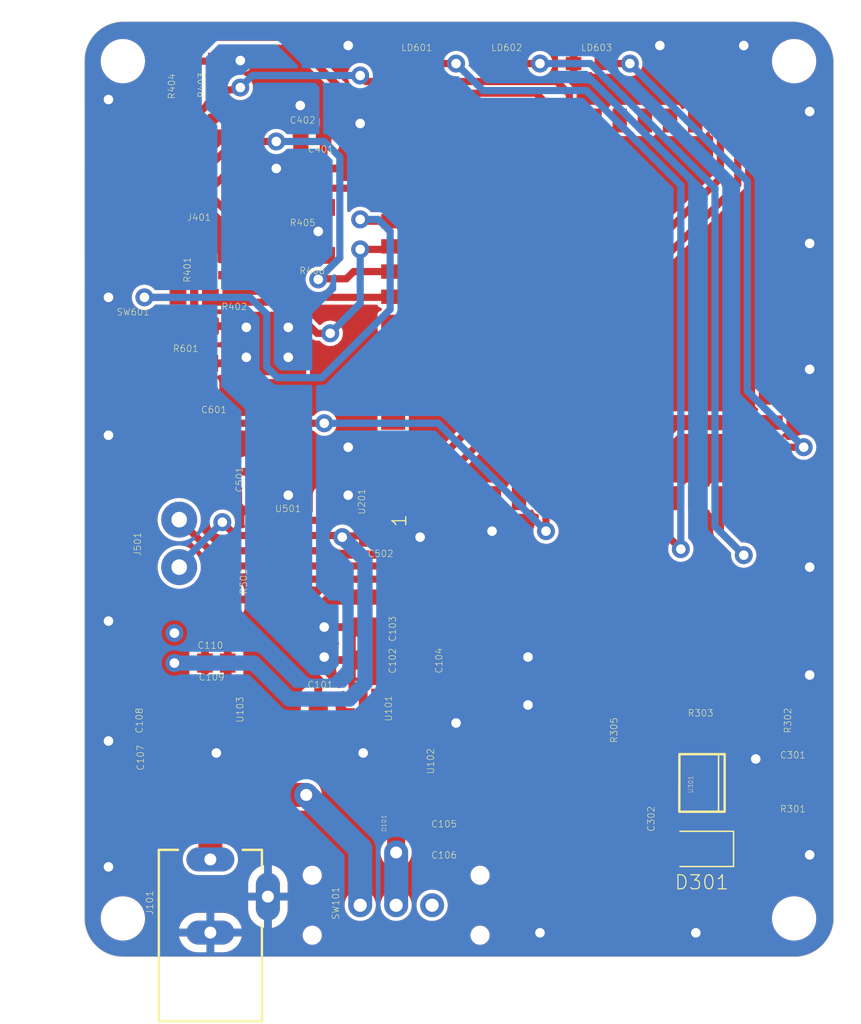
<source format=kicad_pcb>
(kicad_pcb (version 20241229) (generator "pcbnew") (generator_version "9.0")
  (layers (0 "F.Cu" signal) (2 "B.Cu" signal) (13 "F.Paste" user) (15 "B.Paste" user) (5 "F.SilkS" user "F.Silkscreen") (7 "B.SilkS" user "B.Silkscreen") (1 "F.Mask" user) (3 "B.Mask" user) (25 "Edge.Cuts" user))
  (net 0 "")
  (net 1 "GND")
  (net 2 "+3V3_DIGITAL")
  (net 3 "SDIO_D1")
  (net 4 "SDIO_D0")
  (net 5 "SDIO_D2")
  (net 6 "SDIO_D3")
  (net 7 "SDIO_CLK")
  (net 8 "SDIO_CMD")
  (net 9 "LED_G")
  (net 10 "LED_Y")
  (net 11 "LED_R")
  (net 12 "~{BUTTON_PUSHED}")
  (net 13 "V_IN'")
  (net 14 "V_IN")
  (net 15 "+7V5'")
  (net 16 "+7V5")
  (net 17 "SDIO_DETECT")
  (net 18 "+3V3_ANALOG")
  (net 19 "+5V")
  (net 20 "CAN_STDBY")
  (net 21 "CAN_TXD")
  (net 22 "CAN_RXD")
  (net 23 "CAN_H")
  (net 24 "CAN_L")
  (net 25 "N$1")
  (net 26 "N$7")
  (net 27 "N$3")
  (net 28 "N$8")
  (net 29 "SENSOR_MEASURE")
  (footprint "uv_meter_v1:FUSE_1206" (layer "F.Cu") (at 129.251292 130.505229)
    (property "Reference" "F101" (hide yes))
    (property "Value" "125mA" (hide yes))
  )
  (footprint "uv_meter_v1:dummyfp0" (layer "F.Cu") (at 120.451292 140.805229)
    (property "Reference" "UNK_HOLE_0" (hide yes))
    (property "Value" "")
  )
  (footprint "uv_meter_v1:CONN_DC_PWR_JACK" (layer "F.Cu") (at 127.751292 140.255229)
    (property "Reference" "J101")
    (property "Value" "CONN_DC_PWR_JACK")
  )
  (footprint "uv_meter_v1:RES_0805_ERJ" (layer "F.Cu") (at 129.251292 113.005229 90)
    (property "Reference" "R501")
    (property "Value" "10k")
  )
  (footprint "uv_meter_v1:0805_GRM" (layer "F.Cu") (at 136.251292 78.255229 180)
    (property "Reference" "C401")
    (property "Value" "0.1uF")
  )
  (footprint "uv_meter_v1:RES_0805_ERJ" (layer "F.Cu") (at 127.751292 90.205229 -90)
    (property "Reference" "R402")
    (property "Value" "22k")
  )
  (footprint "uv_meter_v1:SOT23-5" (layer "F.Cu") (at 128.251292 123.505229 90)
    (property "Reference" "U103")
    (property "Value" "5V, 200mA ")
  )
  (footprint "uv_meter_v1:0805_GRM" (layer "F.Cu") (at 140.501292 116.505229)
    (property "Reference" "C103")
    (property "Value" "10uF")
  )
  (footprint "uv_meter_v1:RES_0805_ERJ" (layer "F.Cu") (at 162.751292 125.005229 90)
    (property "Reference" "R305")
    (property "Value" "1k")
  )
  (footprint "uv_meter_v1:0805_GRM" (layer "F.Cu") (at 136.251292 75.505229 180)
    (property "Reference" "C402")
    (property "Value" "10uF")
  )
  (footprint "uv_meter_v1:RES_0805_ERJ" (layer "F.Cu") (at 125.751292 70.505229 90)
    (property "Reference" "R404")
    (property "Value" "22k")
  )
  (footprint "uv_meter_v1:RES_0805_ERJ" (layer "F.Cu") (at 125.051292 90.105229 -90)
    (property "Reference" "R401")
    (property "Value" "22k")
  )
  (footprint "uv_meter_v1:LED_0805" (layer "F.Cu") (at 144.251292 69.505229)
    (property "Reference" "LD601")
    (property "Value" "RED")
  )
  (footprint "uv_meter_v1:LED_0805" (layer "F.Cu") (at 159.251292 69.505229)
    (property "Reference" "LD603")
    (property "Value" "GREEN")
  )
  (footprint "uv_meter_v1:dummyfp3" (layer "F.Cu") (at 120.451292 69.305229)
    (property "Reference" "UNK_HOLE_3" (hide yes))
    (property "Value" "")
  )
  (footprint "uv_meter_v1:0805_GRM" (layer "F.Cu") (at 124.251292 124.505229 180)
    (property "Reference" "C108")
    (property "Value" "0.1uF")
  )
  (footprint "uv_meter_v1:PHOTODIODE_MOLDED" (layer "F.Cu") (at 168.751292 135.005229 180)
    (property "Reference" "D301")
    (property "Value" "UV_340NM")
  )
  (footprint "uv_meter_v1:COMMUTATOR_SK-12F17-G" (layer "F.Cu") (at 143.251292 142.505229)
    (property "Reference" "SW101")
    (property "Value" "SK-12F17-G")
  )
  (footprint "uv_meter_v1:LED_0805" (layer "F.Cu") (at 151.751292 69.505229)
    (property "Reference" "LD602")
    (property "Value" "YELLOW")
  )
  (footprint "uv_meter_v1:SOT23-5" (layer "F.Cu") (at 140.501292 123.505229 90)
    (property "Reference" "U101")
    (property "Value" "3.3V, 200mA ")
  )
  (footprint "uv_meter_v1:0805_GRM" (layer "F.Cu") (at 128.251292 119.505229)
    (property "Reference" "C109")
    (property "Value" "0.1uF")
  )
  (footprint "uv_meter_v1:JST_VH_2F_SIDE" (layer "F.Cu") (at 125.251292 109.505229 -90)
    (property "Reference" "J501")
    (property "Value" "VH")
  )
  (footprint "uv_meter_v1:SOT23-5" (layer "F.Cu") (at 148.251292 127.505229 -90)
    (property "Reference" "U102")
    (property "Value" "3.3V, 200mA ")
  )
  (footprint "uv_meter_v1:SOIC8" (layer "F.Cu") (at 168.751292 129.505229 90)
    (property "Reference" "U301")
    (property "Value" "LMV358ST")
  )
  (footprint "uv_meter_v1:0805_GRM" (layer "F.Cu") (at 136.751292 123.755229 90)
    (property "Reference" "C101")
    (property "Value" "0.1uF")
  )
  (footprint "uv_meter_v1:RES_0805_ERJ" (layer "F.Cu") (at 177.251292 124.505229 90)
    (property "Reference" "R302")
    (property "Value" "1k")
  )
  (footprint "uv_meter_v1:0805_GRM" (layer "F.Cu") (at 124.251292 127.505229 180)
    (property "Reference" "C107")
    (property "Value" "1uF")
  )
  (footprint "uv_meter_v1:0805_GRM" (layer "F.Cu") (at 148.251292 120.505229 90)
    (property "Reference" "C104")
    (property "Value" "0.1uF")
  )
  (footprint "uv_meter_v1:RES_0805_ERJ" (layer "F.Cu") (at 168.751292 125.005229)
    (property "Reference" "R303")
    (property "Value" "3.3k")
  )
  (footprint "uv_meter_v1:RES_0805_ERJ" (layer "F.Cu") (at 176.251292 130.505229)
    (property "Reference" "R301")
    (property "Value" "10M")
  )
  (footprint "uv_meter_v1:0805_GRM" (layer "F.Cu") (at 176.251292 128.505229 180)
    (property "Reference" "C301")
    (property "Value" "0.1uF")
  )
  (footprint "uv_meter_v1:CONN_SD_5033981892" (layer "F.Cu") (at 124.751292 80.505229 90)
    (property "Reference" "J401")
    (property "Value" "SD")
  )
  (footprint "uv_meter_v1:BUTTON_PUSH_CK" (layer "F.Cu") (at 120.751292 94.505229 90)
    (property "Reference" "SW601")
    (property "Value" "BUTTON_PTS64")
  )
  (footprint "uv_meter_v1:dummyfp2" (layer "F.Cu") (at 176.451292 69.305229)
    (property "Reference" "UNK_HOLE_2" (hide yes))
    (property "Value" "")
  )
  (footprint "uv_meter_v1:SOCKET_STM32" (layer "F.Cu") (at 158.751292 90.005229 90)
    (property "Reference" "U201")
    (property "Value" "Socket STM32")
  )
  (footprint "uv_meter_v1:0805_GRM" (layer "F.Cu") (at 148.251292 134.005229 180)
    (property "Reference" "C106")
    (property "Value" "10uF")
  )
  (footprint "uv_meter_v1:0805_GRM" (layer "F.Cu") (at 140.501292 119.255229)
    (property "Reference" "C102")
    (property "Value" "0.1uF")
  )
  (footprint "uv_meter_v1:0805_GRM" (layer "F.Cu") (at 163.251292 132.505229 90)
    (property "Reference" "C302")
    (property "Value" "0.1uF")
  )
  (footprint "uv_meter_v1:SOD123_ST" (layer "F.Cu") (at 143.251292 131.755229 90)
    (property "Reference" "D101")
    (property "Value" "60V")
  )
  (footprint "uv_meter_v1:RES_0805_ERJ" (layer "F.Cu") (at 136.251292 85.505229)
    (property "Reference" "R406")
    (property "Value" "22k")
  )
  (footprint "uv_meter_v1:dummyfp1" (layer "F.Cu") (at 176.451292 140.805229)
    (property "Reference" "UNK_HOLE_1" (hide yes))
    (property "Value" "")
  )
  (footprint "uv_meter_v1:RES_0805_ERJ" (layer "F.Cu") (at 128.251292 70.505229 90)
    (property "Reference" "R403")
    (property "Value" "22k")
  )
  (footprint "uv_meter_v1:0805_GRM" (layer "F.Cu") (at 131.501292 104.505229 90)
    (property "Reference" "C501")
    (property "Value" "0.1uF")
  )
  (footprint "uv_meter_v1:0805_GRM" (layer "F.Cu") (at 141.751292 109.005229)
    (property "Reference" "C502")
    (property "Value" "0.1uF")
  )
  (footprint "uv_meter_v1:SO_8" (layer "F.Cu") (at 134.251292 109.505229 90)
    (property "Reference" "U501")
    (property "Value" "MCP2562")
  )
  (footprint "uv_meter_v1:RES_0805_ERJ" (layer "F.Cu") (at 136.251292 81.505229)
    (property "Reference" "R405")
    (property "Value" "22k")
  )
  (footprint "uv_meter_v1:0805_GRM" (layer "F.Cu") (at 128.251292 116.755229)
    (property "Reference" "C110")
    (property "Value" "1uF")
  )
  (footprint "uv_meter_v1:RES_0805_ERJ" (layer "F.Cu") (at 126.501292 94.505229)
    (property "Reference" "R601")
    (property "Value" "100k")
  )
  (footprint "uv_meter_v1:0805_GRM" (layer "F.Cu") (at 126.251292 97.005229)
    (property "Reference" "C601")
    (property "Value" "1uF")
  )
  (footprint "uv_meter_v1:0805_GRM" (layer "F.Cu") (at 148.251292 131.505229 180)
    (property "Reference" "C105")
    (property "Value" "0.1uF")
  )
  (footprint "uv_meter_v1:RES_0805_VISHAY" (layer "F.Cu") (at 162.751292 129.005229 -90)
    (property "Reference" "R304" (hide yes))
    (property "Value" "5.1k" (hide yes))
  )
  (gr_arc (start 120.451292 144.005229) (mid 118.18855 143.067971) (end 117.251292 140.805229) (stroke (width 0.05)) (layer "Edge.Cuts"))
  (gr_arc (start 176.151292 66.005229) (mid 178.634744 66.909645) (end 179.751292 69.305229) (stroke (width 0.05)) (layer "Edge.Cuts"))
  (gr_line (start 120.451292 144.005229) (end 176.751292 144.005229) (stroke (width 0.05)) (layer "Edge.Cuts"))
  (gr_line (start 176.151292 66.005229) (end 120.451292 66.005229) (stroke (width 0.05)) (layer "Edge.Cuts"))
  (gr_line (start 117.251292 69.305229) (end 117.251292 140.805229) (stroke (width 0.05)) (layer "Edge.Cuts"))
  (gr_arc (start 117.251292 69.305229) (mid 118.16784 66.992487) (end 120.451292 66.005229) (stroke (width 0.05)) (layer "Edge.Cuts"))
  (gr_arc (start 179.751292 141.005229) (mid 178.794176 143.048113) (end 176.751292 144.00523) (stroke (width 0.05)) (layer "Edge.Cuts"))
  (gr_line (start 179.751292 141.005229) (end 179.751292 69.305229) (stroke (width 0.05)) (layer "Edge.Cuts"))
  (segment (start 140.501292 124.705229) (end 140.501292 127.005229) (width 0.6) (layer "F.Cu") (net 1))
  (segment (start 148.251292 124.505229) (end 148.251292 126.305229) (width 0.6) (layer "F.Cu") (net 1))
  (segment (start 128.251292 124.705229) (end 128.251292 127.005229) (width 0.6) (layer "F.Cu") (net 1))
  (segment (start 171.501292 127.600229) (end 173.156292 127.600229) (width 0.6) (layer "F.Cu") (net 1))
  (segment (start 171.501292 127.600229) (end 171.501292 128.870229) (width 0.6) (layer "F.Cu") (net 1))
  (segment (start 128.351292 74.005229) (end 124.851292 77.505229) (width 0.6) (layer "F.Cu") (net 1))
  (segment (start 136.901292 110.140229) (end 137.886292 110.140229) (width 0.6) (layer "F.Cu") (net 1))
  (segment (start 137.886292 110.140229) (end 138.151292 110.405229) (width 0.6) (layer "F.Cu") (net 1))
  (segment (start 130.051292 74.005229) (end 128.351292 74.005229) (width 0.6) (layer "F.Cu") (net 1))
  (segment (start 173.156292 127.600229) (end 173.251292 127.505229) (width 0.6) (layer "F.Cu") (net 1))
  (segment (start 118.751292 77.505229) (end 124.851292 77.505229) (width 0.6) (layer "F.Cu") (net 1))
  (via (at 168.251292 142.005229) (size 1.5) (drill 0.8) (layers "F.Cu" "B.Cu") (net 1))
  (via (at 177.751292 95.005229) (size 1.5) (drill 0.8) (layers "F.Cu" "B.Cu") (net 1))
  (via (at 119.251292 72.505229) (size 1.5) (drill 0.8) (layers "F.Cu" "B.Cu") (net 1))
  (via (at 140.501292 127.005229) (size 1.5) (drill 0.8) (layers "F.Cu" "B.Cu") (net 1))
  (via (at 151.251292 108.505229) (size 1.5) (drill 0.8) (layers "F.Cu" "B.Cu") (net 1))
  (via (at 140.251292 74.505229) (size 1.5) (drill 0.8) (layers "F.Cu" "B.Cu") (net 1))
  (via (at 155.251292 142.005229) (size 1.5) (drill 0.8) (layers "F.Cu" "B.Cu") (net 1))
  (via (at 177.751292 84.505229) (size 1.5) (drill 0.8) (layers "F.Cu" "B.Cu") (net 1))
  (via (at 145.251292 109.005229) (size 1.5) (drill 0.8) (layers "F.Cu" "B.Cu") (net 1))
  (via (at 173.251292 127.505229) (size 1.5) (drill 0.8) (layers "F.Cu" "B.Cu") (net 1))
  (via (at 154.251292 119.005229) (size 1.5) (drill 0.8) (layers "F.Cu" "B.Cu") (net 1))
  (via (at 172.251292 68.005229) (size 1.5) (drill 0.8) (layers "F.Cu" "B.Cu") (net 1))
  (via (at 139.251292 101.505229) (size 1.5) (drill 0.8) (layers "F.Cu" "B.Cu") (net 1))
  (via (at 119.251292 100.505229) (size 1.5) (drill 0.8) (layers "F.Cu" "B.Cu") (net 1))
  (via (at 139.251292 105.505229) (size 1.5) (drill 0.8) (layers "F.Cu" "B.Cu") (net 1))
  (via (at 119.251292 89.005229) (size 1.5) (drill 0.8) (layers "F.Cu" "B.Cu") (net 1))
  (via (at 139.251292 68.005229) (size 1.5) (drill 0.8) (layers "F.Cu" "B.Cu") (net 1))
  (via (at 177.751292 111.505229) (size 1.5) (drill 0.8) (layers "F.Cu" "B.Cu") (net 1))
  (via (at 119.251292 126.005229) (size 1.5) (drill 0.8) (layers "F.Cu" "B.Cu") (net 1))
  (via (at 165.251292 68.005229) (size 1.5) (drill 0.8) (layers "F.Cu" "B.Cu") (net 1))
  (via (at 154.251292 123.005229) (size 1.5) (drill 0.8) (layers "F.Cu" "B.Cu") (net 1))
  (via (at 119.251292 136.505229) (size 1.5) (drill 0.8) (layers "F.Cu" "B.Cu") (net 1))
  (via (at 177.751292 73.505229) (size 1.5) (drill 0.8) (layers "F.Cu" "B.Cu") (net 1))
  (via (at 148.251292 124.505229) (size 1.5) (drill 0.8) (layers "F.Cu" "B.Cu") (net 1))
  (via (at 119.251292 116.005229) (size 1.5) (drill 0.8) (layers "F.Cu" "B.Cu") (net 1))
  (via (at 128.251292 127.005229) (size 1.5) (drill 0.8) (layers "F.Cu" "B.Cu") (net 1))
  (via (at 177.751292 120.505229) (size 1.5) (drill 0.8) (layers "F.Cu" "B.Cu") (net 1))
  (via (at 177.751292 135.505229) (size 1.5) (drill 0.8) (layers "F.Cu" "B.Cu") (net 1))
  (segment (start 128.051292 79.705229) (end 129.511292 78.245229) (width 0.6) (layer "F.Cu") (net 2))
  (segment (start 129.511292 78.245229) (end 135.301292 78.255229) (width 0.6) (layer "F.Cu") (net 2))
  (segment (start 135.301292 75.505229) (end 135.301292 78.255229) (width 1.27) (layer "F.Cu") (net 2))
  (segment (start 164.001292 101.881092) (end 164.001292 105.765573) (width 1.27) (layer "F.Cu") (net 2))
  (segment (start 137.451292 84.205229) (end 136.751292 83.505229) (width 0.6) (layer "F.Cu") (net 2))
  (segment (start 159.001292 114.005229) (end 138.051292 114.005229) (width 1.27) (layer "F.Cu") (net 2))
  (segment (start 166.401292 99.455229) (end 164.001292 101.881092) (width 1.27) (layer "F.Cu") (net 2))
  (segment (start 128.301292 69.255229) (end 128.251292 69.305229) (width 0.6) (layer "F.Cu") (net 2))
  (segment (start 137.451292 85.505229) (end 137.451292 84.205229) (width 0.6) (layer "F.Cu") (net 2))
  (segment (start 125.751292 69.305229) (end 128.251292 69.305229) (width 0.6) (layer "F.Cu") (net 2))
  (segment (start 137.451292 81.505229) (end 137.451292 82.605229) (width 0.6) (layer "F.Cu") (net 2))
  (segment (start 136.751292 83.505229) (end 137.451292 82.605229) (width 0.6) (layer "F.Cu") (net 2))
  (segment (start 138.051292 114.005229) (end 137.251292 114.805229) (width 1.27) (layer "F.Cu") (net 2))
  (segment (start 164.001292 105.765573) (end 164.001292 109.005229) (width 1.27) (layer "F.Cu") (net 2))
  (segment (start 137.251292 114.805229) (end 137.251292 116.505229) (width 1.27) (layer "F.Cu") (net 2))
  (segment (start 137.451292 82.605229) (end 137.451292 84.205229) (width 0.6) (layer "F.Cu") (net 2))
  (segment (start 135.251292 75.455229) (end 135.301292 75.505229) (width 1.27) (layer "F.Cu") (net 2))
  (segment (start 174.501292 99.455229) (end 174.101292 99.705229) (width 0.6) (layer "F.Cu") (net 2))
  (segment (start 118.751292 79.705229) (end 128.051292 79.705229) (width 0.6) (layer "F.Cu") (net 2))
  (segment (start 164.001292 105.765573) (end 163.751292 105.855229) (width 0.6) (layer "F.Cu") (net 2))
  (segment (start 174.501292 99.455229) (end 166.401292 99.455229) (width 1.27) (layer "F.Cu") (net 2))
  (segment (start 164.001292 109.005229) (end 159.001292 114.005229) (width 1.27) (layer "F.Cu") (net 2))
  (segment (start 135.251292 73.005229) (end 135.251292 75.455229) (width 1.27) (layer "F.Cu") (net 2))
  (segment (start 130.251292 69.255229) (end 128.301292 69.255229) (width 0.6) (layer "F.Cu") (net 2))
  (via (at 130.751292 91.505229) (size 1.5) (drill 0.8) (layers "F.Cu" "B.Cu") (net 2))
  (via (at 134.251292 91.505229) (size 1.5) (drill 0.8) (layers "F.Cu" "B.Cu") (net 2))
  (via (at 136.751292 83.505229) (size 1.5) (drill 0.8) (layers "F.Cu" "B.Cu") (net 2))
  (via (at 137.251292 119.005229) (size 1.5) (drill 0.8) (layers "F.Cu" "B.Cu") (net 2))
  (via (at 134.251292 94.005229) (size 1.5) (drill 0.8) (layers "F.Cu" "B.Cu") (net 2))
  (via (at 135.251292 73.005229) (size 1.5) (drill 0.8) (layers "F.Cu" "B.Cu") (net 2))
  (via (at 134.251292 105.505229) (size 1.5) (drill 0.8) (layers "F.Cu" "B.Cu") (net 2))
  (via (at 130.751292 94.005229) (size 1.5) (drill 0.8) (layers "F.Cu" "B.Cu") (net 2))
  (via (at 137.251292 116.505229) (size 1.5) (drill 0.8) (layers "F.Cu" "B.Cu") (net 2))
  (via (at 130.251292 69.255229) (size 1.5) (drill 0.8) (layers "F.Cu" "B.Cu") (net 2))
  (via (at 133.251292 78.255229) (size 1.5) (drill 0.8) (layers "F.Cu" "B.Cu") (net 2))
  (segment (start 125.751292 71.705229) (end 125.751292 72.805229) (width 0.6) (layer "F.Cu") (net 3))
  (segment (start 125.751292 72.805229) (end 123.251292 75.305229) (width 0.6) (layer "F.Cu") (net 3))
  (segment (start 155.601292 72.655229) (end 154.926292 71.980229) (width 0.6) (layer "F.Cu") (net 3))
  (segment (start 123.751292 68.421229) (end 123.751292 71.005229) (width 0.6) (layer "F.Cu") (net 3))
  (segment (start 124.851292 67.321229) (end 123.751292 68.421229) (width 0.6) (layer "F.Cu") (net 3))
  (segment (start 155.601292 74.255229) (end 155.601292 72.655229) (width 0.6) (layer "F.Cu") (net 3))
  (segment (start 125.751292 71.705229) (end 124.451292 71.705229) (width 0.6) (layer "F.Cu") (net 3))
  (segment (start 154.926292 71.980229) (end 139.010292 71.980229) (width 0.6) (layer "F.Cu") (net 3))
  (segment (start 123.251292 75.305229) (end 118.751292 75.305229) (width 0.6) (layer "F.Cu") (net 3))
  (segment (start 139.010292 71.980229) (end 134.351292 67.321229) (width 0.6) (layer "F.Cu") (net 3))
  (segment (start 134.351292 67.321229) (end 124.851292 67.321229) (width 0.6) (layer "F.Cu") (net 3))
  (segment (start 123.751292 71.005229) (end 124.451292 71.705229) (width 0.6) (layer "F.Cu") (net 3))
  (segment (start 156.651292 71.005229) (end 140.751292 71.005229) (width 0.6) (layer "F.Cu") (net 4))
  (segment (start 127.351292 73.105229) (end 128.251292 71.705229) (width 0.6) (layer "F.Cu") (net 4))
  (segment (start 130.051292 71.705229) (end 128.251292 71.705229) (width 0.6) (layer "F.Cu") (net 4))
  (segment (start 118.751292 76.405229) (end 124.051292 76.405229) (width 0.6) (layer "F.Cu") (net 4))
  (segment (start 140.751292 71.005229) (end 140.251292 70.505229) (width 0.6) (layer "F.Cu") (net 4))
  (segment (start 157.701292 74.255229) (end 157.701292 72.055229) (width 0.6) (layer "F.Cu") (net 4))
  (segment (start 130.251292 71.505229) (end 130.051292 71.705229) (width 0.6) (layer "F.Cu") (net 4))
  (segment (start 124.051292 76.405229) (end 127.351292 73.105229) (width 0.6) (layer "F.Cu") (net 4))
  (segment (start 157.701292 72.055229) (end 156.651292 71.005229) (width 0.6) (layer "F.Cu") (net 4))
  (via (at 130.251292 71.505229) (size 1.5) (drill 0.8) (layers "F.Cu" "B.Cu") (net 4))
  (via (at 140.251292 70.505229) (size 1.5) (drill 0.8) (layers "F.Cu" "B.Cu") (net 4))
  (segment (start 131.251292 70.505229) (end 140.251292 70.505229) (width 0.6) (layer "B.Cu") (net 4))
  (segment (start 131.251292 70.505229) (end 130.251292 71.505229) (width 0.6) (layer "B.Cu") (net 4))
  (segment (start 125.051292 85.205229) (end 125.051292 88.905229) (width 0.6) (layer "F.Cu") (net 5))
  (segment (start 143.001292 82.655229) (end 140.401292 82.655229) (width 0.6) (layer "F.Cu") (net 5))
  (segment (start 118.751292 83.005229) (end 122.851292 83.005229) (width 0.6) (layer "F.Cu") (net 5))
  (segment (start 140.401292 82.655229) (end 140.251292 82.505229) (width 0.6) (layer "F.Cu") (net 5))
  (segment (start 124.951292 89.005229) (end 122.251292 89.005229) (width 0.6) (layer "F.Cu") (net 5))
  (segment (start 125.051292 88.905229) (end 124.951292 89.005229) (width 0.6) (layer "F.Cu") (net 5))
  (segment (start 122.851292 83.005229) (end 125.051292 85.205229) (width 0.6) (layer "F.Cu") (net 5))
  (via (at 140.251292 82.505229) (size 1.5) (drill 0.8) (layers "F.Cu" "B.Cu") (net 5))
  (via (at 122.251292 89.005229) (size 1.5) (drill 0.8) (layers "F.Cu" "B.Cu") (net 5))
  (segment (start 142.751292 83.505229) (end 141.751292 82.505229) (width 0.6) (layer "B.Cu") (net 5))
  (segment (start 137.051292 95.705229) (end 142.751292 90.005229) (width 0.6) (layer "B.Cu") (net 5))
  (segment (start 131.051292 89.005229) (end 132.451292 90.405229) (width 0.6) (layer "B.Cu") (net 5))
  (segment (start 133.351292 95.705229) (end 137.051292 95.705229) (width 0.6) (layer "B.Cu") (net 5))
  (segment (start 122.251292 89.005229) (end 131.051292 89.005229) (width 0.6) (layer "B.Cu") (net 5))
  (segment (start 132.451292 94.805229) (end 133.351292 95.705229) (width 0.6) (layer "B.Cu") (net 5))
  (segment (start 142.751292 90.005229) (end 142.751292 83.505229) (width 0.6) (layer "B.Cu") (net 5))
  (segment (start 141.751292 82.505229) (end 140.251292 82.505229) (width 0.6) (layer "B.Cu") (net 5))
  (segment (start 132.451292 90.405229) (end 132.451292 94.805229) (width 0.6) (layer "B.Cu") (net 5))
  (segment (start 124.151292 81.905229) (end 127.751292 85.505229) (width 0.6) (layer "F.Cu") (net 6))
  (segment (start 128.151292 89.405229) (end 127.751292 89.005229) (width 0.6) (layer "F.Cu") (net 6))
  (segment (start 143.001292 84.755229) (end 142.751292 85.005229) (width 0.6) (layer "F.Cu") (net 6))
  (segment (start 136.651292 92.005229) (end 134.051292 89.405229) (width 0.6) (layer "F.Cu") (net 6))
  (segment (start 127.751292 85.505229) (end 127.751292 89.005229) (width 0.6) (layer "F.Cu") (net 6))
  (segment (start 137.751292 92.005229) (end 136.651292 92.005229) (width 0.6) (layer "F.Cu") (net 6))
  (segment (start 134.051292 89.405229) (end 128.151292 89.405229) (width 0.6) (layer "F.Cu") (net 6))
  (segment (start 142.751292 85.005229) (end 140.251292 85.005229) (width 0.6) (layer "F.Cu") (net 6))
  (segment (start 118.751292 81.905229) (end 124.151292 81.905229) (width 0.6) (layer "F.Cu") (net 6))
  (via (at 137.751292 92.005229) (size 1.5) (drill 0.8) (layers "F.Cu" "B.Cu") (net 6))
  (via (at 140.251292 85.005229) (size 1.5) (drill 0.8) (layers "F.Cu" "B.Cu") (net 6))
  (segment (start 140.251292 89.505229) (end 140.251292 85.005229) (width 0.6) (layer "B.Cu") (net 6))
  (segment (start 137.751292 92.005229) (end 140.251292 89.505229) (width 0.6) (layer "B.Cu") (net 6))
  (segment (start 129.751292 76.005229) (end 127.151292 78.605229) (width 0.6) (layer "F.Cu") (net 7))
  (segment (start 133.251292 76.005229) (end 129.751292 76.005229) (width 0.6) (layer "F.Cu") (net 7))
  (segment (start 136.801292 87.455229) (end 136.751292 87.505229) (width 0.6) (layer "F.Cu") (net 7))
  (segment (start 143.001292 86.855229) (end 139.701292 86.855229) (width 0.6) (layer "F.Cu") (net 7))
  (segment (start 139.701292 86.855229) (end 139.101292 87.455229) (width 0.6) (layer "F.Cu") (net 7))
  (segment (start 139.101292 87.455229) (end 136.801292 87.455229) (width 0.6) (layer "F.Cu") (net 7))
  (segment (start 127.151292 78.605229) (end 118.751292 78.605229) (width 0.6) (layer "F.Cu") (net 7))
  (via (at 136.751292 87.505229) (size 1.5) (drill 0.8) (layers "F.Cu" "B.Cu") (net 7))
  (via (at 133.251292 76.005229) (size 1.5) (drill 0.8) (layers "F.Cu" "B.Cu") (net 7))
  (segment (start 136.751292 87.505229) (end 138.551292 85.705229) (width 0.6) (layer "B.Cu") (net 7))
  (segment (start 137.251292 76.005229) (end 138.551292 77.305229) (width 0.6) (layer "B.Cu") (net 7))
  (segment (start 138.551292 77.305229) (end 138.551292 85.705229) (width 0.6) (layer "B.Cu") (net 7))
  (segment (start 133.251292 76.005229) (end 137.251292 76.005229) (width 0.6) (layer "B.Cu") (net 7))
  (segment (start 135.251292 88.005229) (end 135.251292 85.805229) (width 0.6) (layer "F.Cu") (net 8))
  (segment (start 142.951292 89.005229) (end 136.251292 89.005229) (width 0.6) (layer "F.Cu") (net 8))
  (segment (start 136.251292 89.005229) (end 135.251292 88.005229) (width 0.6) (layer "F.Cu") (net 8))
  (segment (start 132.751292 82.805229) (end 135.251292 85.305229) (width 0.6) (layer "F.Cu") (net 8))
  (segment (start 118.751292 80.805229) (end 128.051292 80.805229) (width 0.6) (layer "F.Cu") (net 8))
  (segment (start 135.251292 85.805229) (end 135.051292 85.505229) (width 0.6) (layer "F.Cu") (net 8))
  (segment (start 143.001292 88.955229) (end 142.951292 89.005229) (width 0.6) (layer "F.Cu") (net 8))
  (segment (start 130.051292 82.805229) (end 128.051292 80.805229) (width 0.6) (layer "F.Cu") (net 8))
  (segment (start 130.051292 82.805229) (end 132.751292 82.805229) (width 0.6) (layer "F.Cu") (net 8))
  (segment (start 135.251292 85.305229) (end 135.251292 85.805229) (width 0.6) (layer "F.Cu") (net 8))
  (segment (start 160.451292 69.505229) (end 162.751292 69.505229) (width 0.6) (layer "F.Cu") (net 9))
  (segment (start 174.551292 101.505229) (end 177.251292 101.505229) (width 0.6) (layer "F.Cu") (net 9))
  (segment (start 174.501292 101.555229) (end 174.551292 101.505229) (width 0.6) (layer "F.Cu") (net 9))
  (via (at 162.751292 69.505229) (size 1.5) (drill 0.8) (layers "F.Cu" "B.Cu") (net 9))
  (via (at 177.251292 101.505229) (size 1.5) (drill 0.8) (layers "F.Cu" "B.Cu") (net 9))
  (segment (start 162.751292 69.505229) (end 172.551292 79.305229) (width 0.6) (layer "B.Cu") (net 9))
  (segment (start 172.551292 96.805229) (end 177.251292 101.505229) (width 0.6) (layer "B.Cu") (net 9))
  (segment (start 172.551292 79.305229) (end 172.551292 96.805229) (width 0.6) (layer "B.Cu") (net 9))
  (segment (start 152.951292 69.505229) (end 155.251292 69.505229) (width 0.6) (layer "F.Cu") (net 10))
  (segment (start 170.301292 108.555229) (end 172.251292 110.505229) (width 0.6) (layer "F.Cu") (net 10))
  (segment (start 170.301292 105.755229) (end 170.301292 108.555229) (width 0.6) (layer "F.Cu") (net 10))
  (via (at 155.251292 69.505229) (size 1.5) (drill 0.8) (layers "F.Cu" "B.Cu") (net 10))
  (via (at 172.251292 110.505229) (size 1.5) (drill 0.8) (layers "F.Cu" "B.Cu") (net 10))
  (segment (start 169.851292 108.105229) (end 169.851292 79.905229) (width 0.6) (layer "B.Cu") (net 10))
  (segment (start 169.851292 79.905229) (end 159.451292 69.505229) (width 0.6) (layer "B.Cu") (net 10))
  (segment (start 155.251292 69.505229) (end 159.451292 69.505229) (width 0.6) (layer "B.Cu") (net 10))
  (segment (start 172.251292 110.505229) (end 169.851292 108.105229) (width 0.6) (layer "B.Cu") (net 10))
  (segment (start 166.101292 109.105229) (end 167.001292 110.005229) (width 0.6) (layer "F.Cu") (net 11))
  (segment (start 166.101292 105.755229) (end 166.101292 109.105229) (width 0.6) (layer "F.Cu") (net 11))
  (segment (start 145.451292 69.505229) (end 148.251292 69.505229) (width 0.6) (layer "F.Cu") (net 11))
  (via (at 148.251292 69.505229) (size 1.5) (drill 0.8) (layers "F.Cu" "B.Cu") (net 11))
  (via (at 167.001292 110.005229) (size 1.5) (drill 0.8) (layers "F.Cu" "B.Cu") (net 11))
  (segment (start 148.251292 69.505229) (end 150.501292 71.755229) (width 0.6) (layer "B.Cu") (net 11))
  (segment (start 167.001292 110.005229) (end 167.001292 79.655229) (width 0.6) (layer "B.Cu") (net 11))
  (segment (start 159.101292 71.755229) (end 167.001292 79.655229) (width 0.6) (layer "B.Cu") (net 11))
  (segment (start 150.501292 71.755229) (end 159.101292 71.755229) (width 0.6) (layer "B.Cu") (net 11))
  (segment (start 155.601292 105.755229) (end 155.751292 105.905229) (width 0.6) (layer "F.Cu") (net 12))
  (segment (start 155.751292 105.905229) (end 155.751292 108.505229) (width 0.6) (layer "F.Cu") (net 12))
  (segment (start 125.391292 96.715229) (end 125.391292 94.085229) (width 0.6) (layer "F.Cu") (net 12))
  (segment (start 125.301292 97.005229) (end 125.391292 96.715229) (width 0.6) (layer "F.Cu") (net 12))
  (segment (start 126.151292 99.505229) (end 125.301292 98.655229) (width 0.6) (layer "F.Cu") (net 12))
  (segment (start 125.301292 98.655229) (end 125.301292 97.005229) (width 0.6) (layer "F.Cu") (net 12))
  (segment (start 125.301292 94.505229) (end 125.391292 94.085229) (width 0.6) (layer "F.Cu") (net 12))
  (segment (start 137.251292 99.505229) (end 126.151292 99.505229) (width 0.6) (layer "F.Cu") (net 12))
  (segment (start 122.191292 96.765229) (end 125.391292 96.765229) (width 0.6) (layer "F.Cu") (net 12))
  (segment (start 122.351292 91.805229) (end 122.351292 97.105229) (width 0.6) (layer "F.Cu") (net 12))
  (segment (start 125.391292 96.715229) (end 125.391292 96.765229) (width 0.6) (layer "F.Cu") (net 12))
  (segment (start 122.351292 97.105229) (end 122.191292 96.765229) (width 0.6) (layer "F.Cu") (net 12))
  (via (at 155.751292 108.505229) (size 1.5) (drill 0.8) (layers "F.Cu" "B.Cu") (net 12))
  (via (at 137.251292 99.505229) (size 1.5) (drill 0.8) (layers "F.Cu" "B.Cu") (net 12))
  (segment (start 146.751292 99.505229) (end 137.251292 99.505229) (width 0.6) (layer "B.Cu") (net 12))
  (segment (start 155.751292 108.505229) (end 146.751292 99.505229) (width 0.6) (layer "B.Cu") (net 12))
  (segment (start 130.851292 130.505229) (end 135.751292 130.505229) (width 2) (layer "F.Cu") (net 13))
  (via (at 135.751292 130.505229) (size 2) (drill 1) (layers "F.Cu" "B.Cu") (net 13))
  (segment (start 140.251292 135.005229) (end 140.251292 139.705229) (width 2) (layer "B.Cu") (net 13))
  (segment (start 135.751292 130.505229) (end 140.251292 135.005229) (width 2) (layer "B.Cu") (net 13))
  (segment (start 127.751292 130.695229) (end 127.651292 130.505229) (width 1.5) (layer "F.Cu") (net 14))
  (segment (start 127.751292 135.885229) (end 127.751292 130.695229) (width 2) (layer "F.Cu") (net 14))
  (segment (start 143.251292 135.305229) (end 143.251292 133.495229) (width 1.5) (layer "F.Cu") (net 15))
  (via (at 143.251292 135.305229) (size 2) (drill 1) (layers "F.Cu" "B.Cu") (net 15))
  (segment (start 143.251292 139.705229) (end 143.251292 135.305229) (width 2) (layer "B.Cu") (net 15))
  (segment (start 143.001292 80.555229) (end 141.001292 80.555229) (width 0.6) (layer "F.Cu") (net 17))
  (segment (start 133.551292 81.505229) (end 135.051292 81.505229) (width 0.6) (layer "F.Cu") (net 17))
  (segment (start 140.351292 79.905229) (end 135.451292 79.905229) (width 0.6) (layer "F.Cu") (net 17))
  (segment (start 141.001292 80.555229) (end 140.351292 79.905229) (width 0.6) (layer "F.Cu") (net 17))
  (segment (start 135.451292 79.905229) (end 135.051292 80.305229) (width 0.6) (layer "F.Cu") (net 17))
  (segment (start 132.651292 80.605229) (end 133.551292 81.505229) (width 0.6) (layer "F.Cu") (net 17))
  (segment (start 135.051292 80.305229) (end 135.051292 81.505229) (width 0.6) (layer "F.Cu") (net 17))
  (segment (start 131.551292 80.605229) (end 132.651292 80.605229) (width 0.6) (layer "F.Cu") (net 17))
  (segment (start 163.251292 131.555229) (end 163.396292 131.410229) (width 0.6) (layer "F.Cu") (net 18))
  (segment (start 163.396292 131.410229) (end 166.001292 131.410229) (width 0.6) (layer "F.Cu") (net 18))
  (segment (start 136.901292 108.870229) (end 138.616292 108.870229) (width 0.6) (layer "F.Cu") (net 19))
  (segment (start 138.751292 109.005229) (end 138.851292 108.905229) (width 0.6) (layer "F.Cu") (net 19))
  (segment (start 138.851292 108.905229) (end 140.701292 108.905229) (width 0.6) (layer "F.Cu") (net 19))
  (segment (start 138.616292 108.870229) (end 138.751292 109.005229) (width 0.6) (layer "F.Cu") (net 19))
  (segment (start 140.701292 108.905229) (end 140.801292 109.005229) (width 0.6) (layer "F.Cu") (net 19))
  (via (at 124.751292 117.005229) (size 1.5) (drill 0.8) (layers "F.Cu" "B.Cu") (net 19))
  (via (at 138.751292 109.005229) (size 1.5) (drill 0.8) (layers "F.Cu" "B.Cu") (net 19))
  (via (at 124.751292 119.505229) (size 1.5) (drill 0.8) (layers "F.Cu" "B.Cu") (net 19))
  (segment (start 140.651292 110.905229) (end 140.651292 121.205229) (width 1.27) (layer "B.Cu") (net 19))
  (segment (start 131.351292 119.505229) (end 134.351292 122.505229) (width 1.27) (layer "B.Cu") (net 19))
  (segment (start 134.351292 122.505229) (end 139.351292 122.505229) (width 1.27) (layer "B.Cu") (net 19))
  (segment (start 124.751292 119.505229) (end 131.351292 119.505229) (width 1.27) (layer "B.Cu") (net 19))
  (segment (start 140.651292 121.205229) (end 139.351292 122.505229) (width 1.27) (layer "B.Cu") (net 19))
  (segment (start 138.751292 109.005229) (end 140.651292 110.905229) (width 1.27) (layer "B.Cu") (net 19))
  (segment (start 149.301292 105.755229) (end 149.301292 109.755229) (width 0.6) (layer "F.Cu") (net 20))
  (segment (start 129.646292 111.410229) (end 129.251292 111.805229) (width 0.6) (layer "F.Cu") (net 20))
  (segment (start 146.546292 112.510229) (end 134.694185 112.510229) (width 0.6) (layer "F.Cu") (net 20))
  (segment (start 131.601292 111.410229) (end 129.646292 111.410229) (width 0.6) (layer "F.Cu") (net 20))
  (segment (start 134.694185 112.510229) (end 133.594185 111.410229) (width 0.6) (layer "F.Cu") (net 20))
  (segment (start 149.301292 109.755229) (end 146.546292 112.510229) (width 0.6) (layer "F.Cu") (net 20))
  (segment (start 133.594185 111.410229) (end 131.601292 111.410229) (width 0.6) (layer "F.Cu") (net 20))
  (segment (start 171.751292 72.305229) (end 170.951292 71.505229) (width 0.6) (layer "F.Cu") (net 21))
  (segment (start 147.201292 105.755229) (end 147.201292 109.455229) (width 0.6) (layer "F.Cu") (net 21))
  (segment (start 171.751292 79.605229) (end 171.751292 72.305229) (width 0.6) (layer "F.Cu") (net 21))
  (segment (start 170.951292 71.505229) (end 169.051292 71.505229) (width 0.6) (layer "F.Cu") (net 21))
  (segment (start 169.051292 71.505229) (end 168.201292 72.355229) (width 0.6) (layer "F.Cu") (net 21))
  (segment (start 147.201292 105.755229) (end 147.201292 104.155229) (width 0.6) (layer "F.Cu") (net 21))
  (segment (start 147.201292 104.155229) (end 171.751292 79.605229) (width 0.6) (layer "F.Cu") (net 21))
  (segment (start 145.246292 111.410229) (end 136.901292 111.410229) (width 0.6) (layer "F.Cu") (net 21))
  (segment (start 168.201292 72.355229) (end 168.201292 74.255229) (width 0.6) (layer "F.Cu") (net 21))
  (segment (start 147.201292 109.455229) (end 145.246292 111.410229) (width 0.6) (layer "F.Cu") (net 21))
  (segment (start 146.351292 103.005229) (end 139.351292 103.005229) (width 0.6) (layer "F.Cu") (net 22))
  (segment (start 136.901292 105.455229) (end 136.901292 107.600229) (width 0.6) (layer "F.Cu") (net 22))
  (segment (start 139.351292 103.005229) (end 136.901292 105.455229) (width 0.6) (layer "F.Cu") (net 22))
  (segment (start 170.301292 74.255229) (end 170.301292 79.055229) (width 0.6) (layer "F.Cu") (net 22))
  (segment (start 170.301292 79.055229) (end 146.351292 103.005229) (width 0.6) (layer "F.Cu") (net 22))
  (segment (start 125.151292 107.545229) (end 127.746292 110.140229) (width 0.6) (layer "F.Cu") (net 23))
  (segment (start 127.746292 110.140229) (end 131.601292 110.140229) (width 0.6) (layer "F.Cu") (net 23))
  (segment (start 129.866292 108.870229) (end 128.751292 107.755229) (width 0.6) (layer "F.Cu") (net 24))
  (segment (start 131.601292 108.870229) (end 129.866292 108.870229) (width 0.6) (layer "F.Cu") (net 24))
  (via (at 128.751292 107.755229) (size 1.5) (drill 0.8) (layers "F.Cu" "B.Cu") (net 24))
  (segment (start 125.151292 111.355229) (end 125.151292 111.505229) (width 0.6) (layer "B.Cu") (net 24))
  (segment (start 128.751292 107.755229) (end 125.151292 111.355229) (width 0.6) (layer "B.Cu") (net 24))
  (segment (start 167.301292 125.005229) (end 167.551292 125.005229) (width 0.6) (layer "F.Cu") (net 25))
  (segment (start 166.001292 126.305229) (end 167.301292 125.005229) (width 0.6) (layer "F.Cu") (net 25))
  (segment (start 166.001292 127.600229) (end 166.001292 126.305229) (width 0.6) (layer "F.Cu") (net 25))
  (segment (start 169.756292 131.410229) (end 168.751292 130.405229) (width 0.6) (layer "F.Cu") (net 25))
  (segment (start 167.946292 127.600229) (end 166.001292 127.600229) (width 0.6) (layer "F.Cu") (net 25))
  (segment (start 168.751292 128.405229) (end 167.946292 127.600229) (width 0.6) (layer "F.Cu") (net 25))
  (segment (start 171.501292 131.410229) (end 169.756292 131.410229) (width 0.6) (layer "F.Cu") (net 25))
  (segment (start 168.751292 130.405229) (end 168.751292 128.405229) (width 0.6) (layer "F.Cu") (net 25))
  (segment (start 171.501292 130.140229) (end 174.686292 130.140229) (width 0.6) (layer "F.Cu") (net 26))
  (segment (start 170.251292 135.005229) (end 173.151292 135.005229) (width 0.6) (layer "F.Cu") (net 26))
  (segment (start 175.051292 133.105229) (end 175.051292 130.505229) (width 0.6) (layer "F.Cu") (net 26))
  (segment (start 173.151292 135.005229) (end 175.051292 133.105229) (width 0.6) (layer "F.Cu") (net 26))
  (segment (start 175.301292 128.505229) (end 175.301292 130.255229) (width 0.6) (layer "F.Cu") (net 26))
  (segment (start 174.686292 130.140229) (end 175.051292 130.505229) (width 0.6) (layer "F.Cu") (net 26))
  (segment (start 175.301292 130.255229) (end 175.051292 130.505229) (width 0.6) (layer "F.Cu") (net 26))
  (segment (start 177.451292 130.505229) (end 177.201292 130.255229) (width 0.6) (layer "F.Cu") (net 27))
  (segment (start 169.951292 125.005229) (end 173.251292 125.005229) (width 0.6) (layer "F.Cu") (net 27))
  (segment (start 174.001292 125.755229) (end 177.201292 125.755229) (width 0.6) (layer "F.Cu") (net 27))
  (segment (start 177.201292 130.255229) (end 177.201292 128.505229) (width 0.6) (layer "F.Cu") (net 27))
  (segment (start 177.201292 128.505229) (end 177.201292 125.755229) (width 0.6) (layer "F.Cu") (net 27))
  (segment (start 173.251292 125.005229) (end 174.001292 125.755229) (width 0.6) (layer "F.Cu") (net 27))
  (segment (start 177.201292 125.755229) (end 177.251292 125.705229) (width 0.6) (layer "F.Cu") (net 27))
  (segment (start 162.751292 126.205229) (end 162.751292 128.005229) (width 0.6) (layer "F.Cu") (net 28))
  (segment (start 164.051292 128.005229) (end 162.751292 128.005229) (width 0.6) (layer "F.Cu") (net 28))
  (segment (start 164.916292 128.870229) (end 164.051292 128.005229) (width 0.6) (layer "F.Cu") (net 28))
  (segment (start 166.001292 128.870229) (end 164.916292 128.870229) (width 0.6) (layer "F.Cu") (net 28))
  (segment (start 159.251292 122.305229) (end 169.251292 112.305229) (width 0.6) (layer "F.Cu") (net 29))
  (segment (start 168.201292 105.755229) (end 168.351292 105.905229) (width 0.6) (layer "F.Cu") (net 29))
  (segment (start 162.751292 130.005229) (end 160.751292 130.005229) (width 0.6) (layer "F.Cu") (net 29))
  (segment (start 169.251292 112.305229) (end 169.251292 109.905229) (width 0.6) (layer "F.Cu") (net 29))
  (segment (start 159.251292 128.505229) (end 159.251292 122.305229) (width 0.6) (layer "F.Cu") (net 29))
  (segment (start 162.886292 130.140229) (end 162.751292 130.005229) (width 0.6) (layer "F.Cu") (net 29))
  (segment (start 168.351292 109.005229) (end 169.251292 109.905229) (width 0.6) (layer "F.Cu") (net 29))
  (segment (start 166.001292 130.140229) (end 162.886292 130.140229) (width 0.6) (layer "F.Cu") (net 29))
  (segment (start 160.751292 130.005229) (end 159.251292 128.505229) (width 0.6) (layer "F.Cu") (net 29))
  (segment (start 168.351292 105.905229) (end 168.351292 109.005229) (width 0.6) (layer "F.Cu") (net 29))
  (zone (net 19) (net_name "+5V") (layer "F.Cu") (priority 4) (connect_pads (clearance 0.3)) (min_thickness 0.3) (fill yes (thermal_gap 0.65) (thermal_bridge_width 0.65))
    (polygon (pts (xy 128.251292 115.680965) (xy 128.251292 122.929493) (xy 127.975556 123.205229) (xy 125.927028 123.205229) (xy 123.651292 120.929493) (xy 123.651292 116.080965) (xy 124.327028 115.405229) (xy 127.975556 115.405229)))
  )
  (zone (net 1) (net_name "GND") (layer "F.Cu") (connect_pads (clearance 0.3048)) (min_thickness 0.3) (fill yes (thermal_gap 0.65) (thermal_bridge_width 0.65))
    (polygon (pts (xy 181.051292 145.305229) (xy 115.951292 145.305229) (xy 115.951292 64.205229) (xy 181.051292 64.205229)))
  )
  (zone (net 2) (net_name "+3V3_DIGITAL") (layer "F.Cu") (priority 6) (connect_pads (clearance 0.3)) (min_thickness 0.3) (fill yes (thermal_gap 0.65) (thermal_bridge_width 0.65))
    (polygon (pts (xy 140.651292 122.829493) (xy 140.075556 123.405229) (xy 138.727028 123.405229) (xy 138.451292 123.129493) (xy 138.451292 121.629493) (xy 136.251292 119.429493) (xy 136.251292 115.205229) (xy 140.651292 115.205229)))
  )
  (zone (net 2) (net_name "+3V3_DIGITAL") (layer "F.Cu") (priority 6) (connect_pads (clearance 0.000001)) (min_thickness 0.3) (fill yes (thermal_gap 0.65) (thermal_bridge_width 0.65))
    (polygon (pts (xy 135.151292 104.980965) (xy 135.151292 106.129493) (xy 133.175556 108.105229) (xy 130.727028 108.105229) (xy 130.451292 107.829493) (xy 130.451292 104.705229) (xy 134.875556 104.705229)))
  )
  (zone (net 16) (net_name "+7V5") (layer "F.Cu") (priority 6) (connect_pads (clearance 0.3)) (min_thickness 0.3) (fill yes (thermal_gap 0.65) (thermal_bridge_width 0.65))
    (polygon (pts (xy 150.451292 127.005229) (xy 146.375556 127.005229) (xy 145.451292 127.929493) (xy 145.451292 130.905229) (xy 141.227028 130.905229) (xy 139.427028 129.105229) (xy 125.127028 129.105229) (xy 124.351292 128.329493) (xy 124.351292 123.405229) (xy 126.875556 123.405229) (xy 127.275556 123.805229) (xy 143.127028 123.805229) (xy 146.327028 120.605229) (xy 150.451292 120.605229)))
  )
  (zone (net 18) (net_name "+3V3_ANALOG") (layer "F.Cu") (priority 6) (connect_pads (clearance 0.4)) (min_thickness 0.4) (fill yes (thermal_gap 0.85) (thermal_bridge_width 0.85))
    (polygon (pts (xy 152.916978 130.605229) (xy 167.151292 130.605229) (xy 167.151292 132.605229) (xy 158.016978 132.605229) (xy 155.116977 135.505229) (xy 148.251292 135.505229) (xy 148.251292 127.805229) (xy 150.116977 127.805229)))
  )
  (zone (net 2) (net_name "+3V3_DIGITAL") (layer "F.Cu") (priority 6) (connect_pads (clearance 0.000001)) (min_thickness 0.3) (fill yes (thermal_gap 0.65) (thermal_bridge_width 0.65))
    (polygon (pts (xy 135.751292 91.380965) (xy 135.751292 95.505229) (xy 126.851292 95.505229) (xy 126.851292 93.329493) (xy 126.427028 92.905229) (xy 124.227028 92.905229) (xy 123.951292 92.629493) (xy 123.951292 90.205229) (xy 134.575556 90.205229)))
  )
  (zone (net 1) (net_name "GND") (layer "B.Cu") (connect_pads (clearance 0.3048)) (min_thickness 0.3) (fill yes (thermal_gap 0.65) (thermal_bridge_width 0.65))
    (polygon (pts (xy 182.051292 144.505229) (xy 116.451292 144.505229) (xy 116.451292 65.205229) (xy 182.051292 65.205229)))
  )
  (zone (net 2) (net_name "+3V3_DIGITAL") (layer "B.Cu") (priority 6) (connect_pads (clearance 0.3)) (min_thickness 0.3) (fill yes (thermal_gap 0.65) (thermal_bridge_width 0.65))
    (polygon (pts (xy 136.851292 71.480965) (xy 136.851292 75.480965) (xy 138.251292 76.880965) (xy 138.251292 88.401096) (xy 136.251292 90.366908) (xy 136.251292 113.280965) (xy 137.575556 114.605229) (xy 138.451292 114.605229) (xy 138.451292 119.729493) (xy 137.675556 120.505229) (xy 136.127028 120.505229) (xy 130.651292 115.029493) (xy 130.651292 98.334023) (xy 128.651292 96.434022) (xy 128.651292 74.529493) (xy 127.351292 73.229493) (xy 127.351292 68.980965) (xy 128.427028 67.905229) (xy 133.275556 67.905229)))
  )
)
</source>
